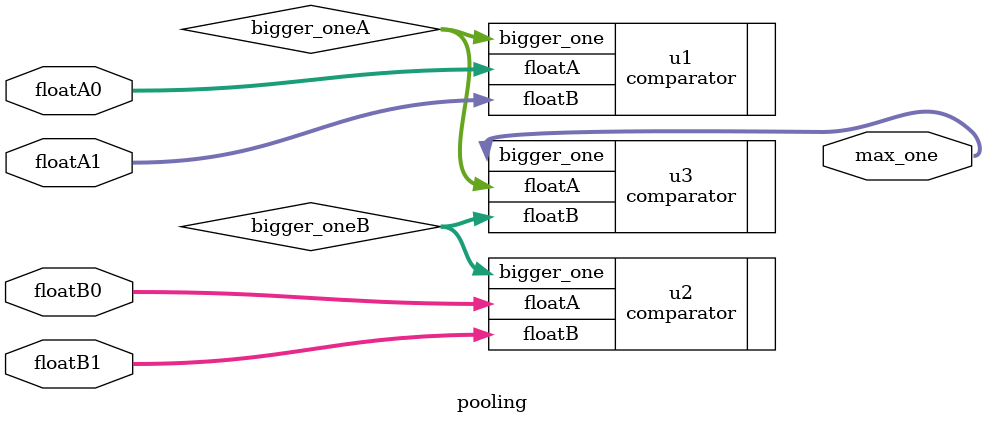
<source format=v>
module pooling (floatA0, floatA1, floatB0, floatB1, max_one);

input [15:0] floatA0, floatB0, floatA1, floatB1;
wire [15:0] bigger_oneA, bigger_oneB;
output [15:0] max_one;


comparator u1 
(
    .floatA(floatA0),
    .floatB(floatA1),
    .bigger_one(bigger_oneA)
);

comparator u2 
(
    .floatA(floatB0),
    .floatB(floatB1),
    .bigger_one(bigger_oneB)
);

comparator u3
(
    .floatA(bigger_oneA),
    .floatB(bigger_oneB),
    .bigger_one(max_one)
);

endmodule
</source>
